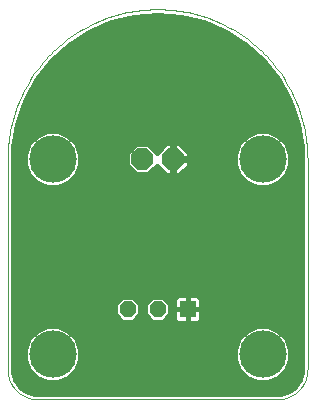
<source format=gtl>
G75*
%MOIN*%
%OFA0B0*%
%FSLAX25Y25*%
%IPPOS*%
%LPD*%
%AMOC8*
5,1,8,0,0,1.08239X$1,22.5*
%
%ADD10OC8,0.05600*%
%ADD11R,0.05600X0.05600*%
%ADD12C,0.00000*%
%ADD13C,0.15811*%
%ADD14OC8,0.07087*%
%ADD15C,0.01600*%
D10*
X0046800Y0054006D03*
X0056800Y0054006D03*
D11*
X0066800Y0054006D03*
D12*
X0096800Y0024006D02*
X0016800Y0024006D01*
X0016558Y0024009D01*
X0016317Y0024018D01*
X0016076Y0024032D01*
X0015835Y0024053D01*
X0015595Y0024079D01*
X0015355Y0024111D01*
X0015116Y0024149D01*
X0014879Y0024192D01*
X0014642Y0024242D01*
X0014407Y0024297D01*
X0014173Y0024357D01*
X0013941Y0024424D01*
X0013710Y0024495D01*
X0013481Y0024573D01*
X0013254Y0024656D01*
X0013029Y0024744D01*
X0012806Y0024838D01*
X0012586Y0024937D01*
X0012368Y0025042D01*
X0012153Y0025151D01*
X0011940Y0025266D01*
X0011730Y0025386D01*
X0011524Y0025511D01*
X0011320Y0025641D01*
X0011119Y0025776D01*
X0010922Y0025916D01*
X0010728Y0026060D01*
X0010538Y0026209D01*
X0010352Y0026363D01*
X0010169Y0026521D01*
X0009990Y0026683D01*
X0009815Y0026850D01*
X0009644Y0027021D01*
X0009477Y0027196D01*
X0009315Y0027375D01*
X0009157Y0027558D01*
X0009003Y0027744D01*
X0008854Y0027934D01*
X0008710Y0028128D01*
X0008570Y0028325D01*
X0008435Y0028526D01*
X0008305Y0028730D01*
X0008180Y0028936D01*
X0008060Y0029146D01*
X0007945Y0029359D01*
X0007836Y0029574D01*
X0007731Y0029792D01*
X0007632Y0030012D01*
X0007538Y0030235D01*
X0007450Y0030460D01*
X0007367Y0030687D01*
X0007289Y0030916D01*
X0007218Y0031147D01*
X0007151Y0031379D01*
X0007091Y0031613D01*
X0007036Y0031848D01*
X0006986Y0032085D01*
X0006943Y0032322D01*
X0006905Y0032561D01*
X0006873Y0032801D01*
X0006847Y0033041D01*
X0006826Y0033282D01*
X0006812Y0033523D01*
X0006803Y0033764D01*
X0006800Y0034006D01*
X0006800Y0104006D01*
X0006815Y0105224D01*
X0006859Y0106440D01*
X0006933Y0107656D01*
X0007037Y0108869D01*
X0007170Y0110079D01*
X0007333Y0111286D01*
X0007525Y0112488D01*
X0007746Y0113686D01*
X0007996Y0114878D01*
X0008275Y0116063D01*
X0008583Y0117241D01*
X0008920Y0118411D01*
X0009285Y0119573D01*
X0009678Y0120725D01*
X0010099Y0121868D01*
X0010548Y0122999D01*
X0011024Y0124120D01*
X0011528Y0125229D01*
X0012058Y0126325D01*
X0012615Y0127408D01*
X0013198Y0128477D01*
X0013806Y0129531D01*
X0014441Y0130571D01*
X0015100Y0131594D01*
X0015784Y0132602D01*
X0016493Y0133592D01*
X0017225Y0134565D01*
X0017981Y0135519D01*
X0018760Y0136455D01*
X0019561Y0137372D01*
X0020385Y0138269D01*
X0021230Y0139145D01*
X0022096Y0140001D01*
X0022983Y0140836D01*
X0023890Y0141648D01*
X0024816Y0142438D01*
X0025762Y0143206D01*
X0026725Y0143950D01*
X0027707Y0144670D01*
X0028706Y0145367D01*
X0029721Y0146039D01*
X0030753Y0146686D01*
X0031800Y0147307D01*
X0032862Y0147903D01*
X0033938Y0148473D01*
X0035027Y0149017D01*
X0036130Y0149533D01*
X0037245Y0150023D01*
X0038371Y0150486D01*
X0039508Y0150921D01*
X0040656Y0151328D01*
X0041813Y0151707D01*
X0042979Y0152058D01*
X0044153Y0152380D01*
X0045335Y0152674D01*
X0046524Y0152939D01*
X0047718Y0153174D01*
X0048918Y0153381D01*
X0050123Y0153558D01*
X0051331Y0153706D01*
X0052543Y0153824D01*
X0053758Y0153913D01*
X0054974Y0153973D01*
X0056191Y0154002D01*
X0057409Y0154002D01*
X0058626Y0153973D01*
X0059842Y0153913D01*
X0061057Y0153824D01*
X0062269Y0153706D01*
X0063477Y0153558D01*
X0064682Y0153381D01*
X0065882Y0153174D01*
X0067076Y0152939D01*
X0068265Y0152674D01*
X0069447Y0152380D01*
X0070621Y0152058D01*
X0071787Y0151707D01*
X0072944Y0151328D01*
X0074092Y0150921D01*
X0075229Y0150486D01*
X0076355Y0150023D01*
X0077470Y0149533D01*
X0078573Y0149017D01*
X0079662Y0148473D01*
X0080738Y0147903D01*
X0081800Y0147307D01*
X0082847Y0146686D01*
X0083879Y0146039D01*
X0084894Y0145367D01*
X0085893Y0144670D01*
X0086875Y0143950D01*
X0087838Y0143206D01*
X0088784Y0142438D01*
X0089710Y0141648D01*
X0090617Y0140836D01*
X0091504Y0140001D01*
X0092370Y0139145D01*
X0093215Y0138269D01*
X0094039Y0137372D01*
X0094840Y0136455D01*
X0095619Y0135519D01*
X0096375Y0134565D01*
X0097107Y0133592D01*
X0097816Y0132602D01*
X0098500Y0131594D01*
X0099159Y0130571D01*
X0099794Y0129531D01*
X0100402Y0128477D01*
X0100985Y0127408D01*
X0101542Y0126325D01*
X0102072Y0125229D01*
X0102576Y0124120D01*
X0103052Y0122999D01*
X0103501Y0121868D01*
X0103922Y0120725D01*
X0104315Y0119573D01*
X0104680Y0118411D01*
X0105017Y0117241D01*
X0105325Y0116063D01*
X0105604Y0114878D01*
X0105854Y0113686D01*
X0106075Y0112488D01*
X0106267Y0111286D01*
X0106430Y0110079D01*
X0106563Y0108869D01*
X0106667Y0107656D01*
X0106741Y0106440D01*
X0106785Y0105224D01*
X0106800Y0104006D01*
X0106800Y0034006D01*
X0106797Y0033764D01*
X0106788Y0033523D01*
X0106774Y0033282D01*
X0106753Y0033041D01*
X0106727Y0032801D01*
X0106695Y0032561D01*
X0106657Y0032322D01*
X0106614Y0032085D01*
X0106564Y0031848D01*
X0106509Y0031613D01*
X0106449Y0031379D01*
X0106382Y0031147D01*
X0106311Y0030916D01*
X0106233Y0030687D01*
X0106150Y0030460D01*
X0106062Y0030235D01*
X0105968Y0030012D01*
X0105869Y0029792D01*
X0105764Y0029574D01*
X0105655Y0029359D01*
X0105540Y0029146D01*
X0105420Y0028936D01*
X0105295Y0028730D01*
X0105165Y0028526D01*
X0105030Y0028325D01*
X0104890Y0028128D01*
X0104746Y0027934D01*
X0104597Y0027744D01*
X0104443Y0027558D01*
X0104285Y0027375D01*
X0104123Y0027196D01*
X0103956Y0027021D01*
X0103785Y0026850D01*
X0103610Y0026683D01*
X0103431Y0026521D01*
X0103248Y0026363D01*
X0103062Y0026209D01*
X0102872Y0026060D01*
X0102678Y0025916D01*
X0102481Y0025776D01*
X0102280Y0025641D01*
X0102076Y0025511D01*
X0101870Y0025386D01*
X0101660Y0025266D01*
X0101447Y0025151D01*
X0101232Y0025042D01*
X0101014Y0024937D01*
X0100794Y0024838D01*
X0100571Y0024744D01*
X0100346Y0024656D01*
X0100119Y0024573D01*
X0099890Y0024495D01*
X0099659Y0024424D01*
X0099427Y0024357D01*
X0099193Y0024297D01*
X0098958Y0024242D01*
X0098721Y0024192D01*
X0098484Y0024149D01*
X0098245Y0024111D01*
X0098005Y0024079D01*
X0097765Y0024053D01*
X0097524Y0024032D01*
X0097283Y0024018D01*
X0097042Y0024009D01*
X0096800Y0024006D01*
D13*
X0091800Y0039006D03*
X0091800Y0104006D03*
X0021800Y0104006D03*
X0021800Y0039006D03*
D14*
X0051721Y0104006D03*
X0061879Y0104006D03*
D15*
X0062260Y0103931D02*
X0082494Y0103931D01*
X0082494Y0102333D02*
X0067222Y0102333D01*
X0067222Y0101793D02*
X0067222Y0103625D01*
X0062260Y0103625D01*
X0062260Y0104387D01*
X0067222Y0104387D01*
X0067222Y0106219D01*
X0064092Y0109349D01*
X0062260Y0109349D01*
X0062260Y0104387D01*
X0061498Y0104387D01*
X0061498Y0109349D01*
X0059665Y0109349D01*
X0056535Y0106219D01*
X0056535Y0106183D01*
X0053769Y0108949D01*
X0049674Y0108949D01*
X0046778Y0106053D01*
X0046778Y0101958D01*
X0049674Y0099063D01*
X0053769Y0099063D01*
X0056535Y0101829D01*
X0056535Y0101793D01*
X0059665Y0098663D01*
X0061498Y0098663D01*
X0061498Y0103625D01*
X0062260Y0103625D01*
X0062260Y0098663D01*
X0064092Y0098663D01*
X0067222Y0101793D01*
X0066164Y0100734D02*
X0083083Y0100734D01*
X0082494Y0102155D02*
X0083911Y0098735D01*
X0086529Y0096117D01*
X0089949Y0094700D01*
X0093651Y0094700D01*
X0097071Y0096117D01*
X0099689Y0098735D01*
X0101105Y0102155D01*
X0101105Y0105857D01*
X0099689Y0109277D01*
X0097071Y0111895D01*
X0093651Y0113311D01*
X0089949Y0113311D01*
X0086529Y0111895D01*
X0083911Y0109277D01*
X0082494Y0105857D01*
X0082494Y0102155D01*
X0083745Y0099136D02*
X0064565Y0099136D01*
X0062260Y0099136D02*
X0061498Y0099136D01*
X0061498Y0100734D02*
X0062260Y0100734D01*
X0062260Y0102333D02*
X0061498Y0102333D01*
X0061498Y0105530D02*
X0062260Y0105530D01*
X0062260Y0107128D02*
X0061498Y0107128D01*
X0061498Y0108727D02*
X0062260Y0108727D01*
X0064714Y0108727D02*
X0083683Y0108727D01*
X0083021Y0107128D02*
X0066313Y0107128D01*
X0067222Y0105530D02*
X0082494Y0105530D01*
X0084960Y0110326D02*
X0028640Y0110326D01*
X0029689Y0109277D02*
X0027071Y0111895D01*
X0023651Y0113311D01*
X0019949Y0113311D01*
X0016529Y0111895D01*
X0013911Y0109277D01*
X0012494Y0105857D01*
X0012494Y0102155D01*
X0013911Y0098735D01*
X0016529Y0096117D01*
X0019949Y0094700D01*
X0023651Y0094700D01*
X0027071Y0096117D01*
X0029689Y0098735D01*
X0031105Y0102155D01*
X0031105Y0105857D01*
X0029689Y0109277D01*
X0029917Y0108727D02*
X0049451Y0108727D01*
X0047853Y0107128D02*
X0030579Y0107128D01*
X0031105Y0105530D02*
X0046778Y0105530D01*
X0046778Y0103931D02*
X0031105Y0103931D01*
X0031105Y0102333D02*
X0046778Y0102333D01*
X0048002Y0100734D02*
X0030517Y0100734D01*
X0029855Y0099136D02*
X0049600Y0099136D01*
X0053842Y0099136D02*
X0059192Y0099136D01*
X0057594Y0100734D02*
X0055441Y0100734D01*
X0055590Y0107128D02*
X0057445Y0107128D01*
X0059043Y0108727D02*
X0053991Y0108727D01*
X0028491Y0097537D02*
X0085109Y0097537D01*
X0086959Y0095939D02*
X0026641Y0095939D01*
X0016959Y0095939D02*
X0008600Y0095939D01*
X0008600Y0097537D02*
X0015109Y0097537D01*
X0013745Y0099136D02*
X0008600Y0099136D01*
X0008600Y0100734D02*
X0013083Y0100734D01*
X0012494Y0102333D02*
X0008600Y0102333D01*
X0008600Y0103931D02*
X0012494Y0103931D01*
X0012494Y0105530D02*
X0008663Y0105530D01*
X0008600Y0104006D02*
X0008765Y0107986D01*
X0010075Y0115838D01*
X0012660Y0123368D01*
X0016449Y0130369D01*
X0021338Y0136651D01*
X0027195Y0142042D01*
X0033859Y0146397D01*
X0041149Y0149594D01*
X0048867Y0151549D01*
X0056800Y0152206D01*
X0064733Y0151549D01*
X0072451Y0149594D01*
X0079741Y0146397D01*
X0086405Y0142042D01*
X0092262Y0136651D01*
X0097151Y0130369D01*
X0100940Y0123368D01*
X0103525Y0115838D01*
X0104835Y0107986D01*
X0105000Y0104006D01*
X0105000Y0034006D01*
X0104899Y0032723D01*
X0104106Y0030283D01*
X0102598Y0028208D01*
X0100523Y0026700D01*
X0098083Y0025907D01*
X0096800Y0025806D01*
X0016800Y0025806D01*
X0015517Y0025907D01*
X0013077Y0026700D01*
X0011002Y0028208D01*
X0009494Y0030283D01*
X0008701Y0032723D01*
X0008600Y0034006D01*
X0008600Y0104006D01*
X0008729Y0107128D02*
X0013021Y0107128D01*
X0013683Y0108727D02*
X0008888Y0108727D01*
X0009155Y0110326D02*
X0014960Y0110326D01*
X0016600Y0111924D02*
X0009422Y0111924D01*
X0009688Y0113523D02*
X0103912Y0113523D01*
X0103645Y0115121D02*
X0009955Y0115121D01*
X0010377Y0116720D02*
X0103223Y0116720D01*
X0102674Y0118318D02*
X0010926Y0118318D01*
X0011475Y0119917D02*
X0102125Y0119917D01*
X0101576Y0121515D02*
X0012024Y0121515D01*
X0012573Y0123114D02*
X0101027Y0123114D01*
X0100213Y0124712D02*
X0013387Y0124712D01*
X0014252Y0126311D02*
X0099348Y0126311D01*
X0098483Y0127909D02*
X0015117Y0127909D01*
X0015983Y0129508D02*
X0097617Y0129508D01*
X0096578Y0131106D02*
X0017022Y0131106D01*
X0018267Y0132705D02*
X0095333Y0132705D01*
X0094089Y0134303D02*
X0019511Y0134303D01*
X0020755Y0135902D02*
X0092845Y0135902D01*
X0091339Y0137500D02*
X0022261Y0137500D01*
X0023997Y0139099D02*
X0089603Y0139099D01*
X0087866Y0140697D02*
X0025734Y0140697D01*
X0027583Y0142296D02*
X0086017Y0142296D01*
X0086405Y0142042D02*
X0086405Y0142042D01*
X0083571Y0143894D02*
X0030029Y0143894D01*
X0032476Y0145493D02*
X0081124Y0145493D01*
X0078157Y0147091D02*
X0035443Y0147091D01*
X0039087Y0148690D02*
X0074513Y0148690D01*
X0069710Y0150288D02*
X0043890Y0150288D01*
X0052949Y0151887D02*
X0060651Y0151887D01*
X0086600Y0111924D02*
X0027000Y0111924D01*
X0008600Y0094340D02*
X0105000Y0094340D01*
X0105000Y0092742D02*
X0008600Y0092742D01*
X0008600Y0091143D02*
X0105000Y0091143D01*
X0105000Y0089545D02*
X0008600Y0089545D01*
X0008600Y0087946D02*
X0105000Y0087946D01*
X0105000Y0086348D02*
X0008600Y0086348D01*
X0008600Y0084749D02*
X0105000Y0084749D01*
X0105000Y0083151D02*
X0008600Y0083151D01*
X0008600Y0081552D02*
X0105000Y0081552D01*
X0105000Y0079954D02*
X0008600Y0079954D01*
X0008600Y0078355D02*
X0105000Y0078355D01*
X0105000Y0076757D02*
X0008600Y0076757D01*
X0008600Y0075158D02*
X0105000Y0075158D01*
X0105000Y0073560D02*
X0008600Y0073560D01*
X0008600Y0071961D02*
X0105000Y0071961D01*
X0105000Y0070363D02*
X0008600Y0070363D01*
X0008600Y0068764D02*
X0105000Y0068764D01*
X0105000Y0067166D02*
X0008600Y0067166D01*
X0008600Y0065567D02*
X0105000Y0065567D01*
X0105000Y0063969D02*
X0008600Y0063969D01*
X0008600Y0062370D02*
X0105000Y0062370D01*
X0105000Y0060772D02*
X0008600Y0060772D01*
X0008600Y0059173D02*
X0105000Y0059173D01*
X0105000Y0057575D02*
X0071235Y0057575D01*
X0071277Y0057501D02*
X0071040Y0057911D01*
X0070705Y0058246D01*
X0070295Y0058483D01*
X0069837Y0058606D01*
X0066800Y0058606D01*
X0066800Y0054006D01*
X0066800Y0054006D01*
X0066800Y0058606D01*
X0063763Y0058606D01*
X0063305Y0058483D01*
X0062895Y0058246D01*
X0062560Y0057911D01*
X0062323Y0057501D01*
X0062200Y0057043D01*
X0062200Y0054006D01*
X0066800Y0054006D01*
X0071400Y0054006D01*
X0071400Y0057043D01*
X0071277Y0057501D01*
X0071400Y0055976D02*
X0105000Y0055976D01*
X0105000Y0054378D02*
X0071400Y0054378D01*
X0071400Y0054006D02*
X0066800Y0054006D01*
X0066800Y0054006D01*
X0066800Y0054006D01*
X0062200Y0054006D01*
X0062200Y0050969D01*
X0062323Y0050511D01*
X0062560Y0050101D01*
X0062895Y0049766D01*
X0063305Y0049529D01*
X0063763Y0049406D01*
X0066800Y0049406D01*
X0069837Y0049406D01*
X0070295Y0049529D01*
X0070705Y0049766D01*
X0071040Y0050101D01*
X0071277Y0050511D01*
X0071400Y0050969D01*
X0071400Y0054006D01*
X0071400Y0052779D02*
X0105000Y0052779D01*
X0105000Y0051181D02*
X0071400Y0051181D01*
X0070387Y0049582D02*
X0105000Y0049582D01*
X0105000Y0047984D02*
X0094442Y0047984D01*
X0093651Y0048311D02*
X0089949Y0048311D01*
X0086529Y0046895D01*
X0083911Y0044277D01*
X0082494Y0040857D01*
X0082494Y0037155D01*
X0083911Y0033735D01*
X0086529Y0031117D01*
X0089949Y0029700D01*
X0093651Y0029700D01*
X0097071Y0031117D01*
X0099689Y0033735D01*
X0101105Y0037155D01*
X0101105Y0040857D01*
X0099689Y0044277D01*
X0097071Y0046895D01*
X0093651Y0048311D01*
X0097581Y0046385D02*
X0105000Y0046385D01*
X0105000Y0044787D02*
X0099179Y0044787D01*
X0100140Y0043188D02*
X0105000Y0043188D01*
X0105000Y0041590D02*
X0100802Y0041590D01*
X0101105Y0039991D02*
X0105000Y0039991D01*
X0105000Y0038393D02*
X0101105Y0038393D01*
X0100956Y0036794D02*
X0105000Y0036794D01*
X0105000Y0035195D02*
X0100294Y0035195D01*
X0099551Y0033597D02*
X0104968Y0033597D01*
X0104664Y0031998D02*
X0097953Y0031998D01*
X0095340Y0030400D02*
X0104144Y0030400D01*
X0103030Y0028801D02*
X0010570Y0028801D01*
X0009456Y0030400D02*
X0018260Y0030400D01*
X0019949Y0029700D02*
X0023651Y0029700D01*
X0027071Y0031117D01*
X0029689Y0033735D01*
X0031105Y0037155D01*
X0031105Y0040857D01*
X0029689Y0044277D01*
X0027071Y0046895D01*
X0023651Y0048311D01*
X0019949Y0048311D01*
X0016529Y0046895D01*
X0013911Y0044277D01*
X0012494Y0040857D01*
X0012494Y0037155D01*
X0013911Y0033735D01*
X0016529Y0031117D01*
X0019949Y0029700D01*
X0015647Y0031998D02*
X0008936Y0031998D01*
X0008632Y0033597D02*
X0014049Y0033597D01*
X0013306Y0035195D02*
X0008600Y0035195D01*
X0008600Y0036794D02*
X0012644Y0036794D01*
X0012494Y0038393D02*
X0008600Y0038393D01*
X0008600Y0039991D02*
X0012494Y0039991D01*
X0012798Y0041590D02*
X0008600Y0041590D01*
X0008600Y0043188D02*
X0013460Y0043188D01*
X0014421Y0044787D02*
X0008600Y0044787D01*
X0008600Y0046385D02*
X0016019Y0046385D01*
X0019158Y0047984D02*
X0008600Y0047984D01*
X0008600Y0049582D02*
X0063213Y0049582D01*
X0062200Y0051181D02*
X0059914Y0051181D01*
X0061000Y0052266D02*
X0058540Y0049806D01*
X0055060Y0049806D01*
X0052600Y0052266D01*
X0052600Y0055746D01*
X0055060Y0058206D01*
X0058540Y0058206D01*
X0061000Y0055746D01*
X0061000Y0052266D01*
X0061000Y0052779D02*
X0062200Y0052779D01*
X0062200Y0054378D02*
X0061000Y0054378D01*
X0060769Y0055976D02*
X0062200Y0055976D01*
X0062365Y0057575D02*
X0059171Y0057575D01*
X0054429Y0057575D02*
X0049171Y0057575D01*
X0048540Y0058206D02*
X0045060Y0058206D01*
X0042600Y0055746D01*
X0042600Y0052266D01*
X0045060Y0049806D01*
X0048540Y0049806D01*
X0051000Y0052266D01*
X0051000Y0055746D01*
X0048540Y0058206D01*
X0050769Y0055976D02*
X0052831Y0055976D01*
X0052600Y0054378D02*
X0051000Y0054378D01*
X0051000Y0052779D02*
X0052600Y0052779D01*
X0053686Y0051181D02*
X0049914Y0051181D01*
X0044429Y0057575D02*
X0008600Y0057575D01*
X0008600Y0055976D02*
X0042831Y0055976D01*
X0042600Y0054378D02*
X0008600Y0054378D01*
X0008600Y0052779D02*
X0042600Y0052779D01*
X0043686Y0051181D02*
X0008600Y0051181D01*
X0024442Y0047984D02*
X0089158Y0047984D01*
X0086019Y0046385D02*
X0027581Y0046385D01*
X0029179Y0044787D02*
X0084421Y0044787D01*
X0083460Y0043188D02*
X0030140Y0043188D01*
X0030802Y0041590D02*
X0082798Y0041590D01*
X0082494Y0039991D02*
X0031105Y0039991D01*
X0031105Y0038393D02*
X0082494Y0038393D01*
X0082644Y0036794D02*
X0030956Y0036794D01*
X0030294Y0035195D02*
X0083306Y0035195D01*
X0084049Y0033597D02*
X0029551Y0033597D01*
X0027953Y0031998D02*
X0085647Y0031998D01*
X0088260Y0030400D02*
X0025340Y0030400D01*
X0012385Y0027203D02*
X0101215Y0027203D01*
X0066800Y0049406D02*
X0066800Y0054006D01*
X0066800Y0054006D01*
X0066800Y0049406D01*
X0066800Y0049582D02*
X0066800Y0049582D01*
X0066800Y0051181D02*
X0066800Y0051181D01*
X0066800Y0052779D02*
X0066800Y0052779D01*
X0066800Y0054378D02*
X0066800Y0054378D01*
X0066800Y0055976D02*
X0066800Y0055976D01*
X0066800Y0057575D02*
X0066800Y0057575D01*
X0096641Y0095939D02*
X0105000Y0095939D01*
X0105000Y0097537D02*
X0098491Y0097537D01*
X0099855Y0099136D02*
X0105000Y0099136D01*
X0105000Y0100734D02*
X0100517Y0100734D01*
X0101105Y0102333D02*
X0105000Y0102333D01*
X0105000Y0103931D02*
X0101105Y0103931D01*
X0101105Y0105530D02*
X0104937Y0105530D01*
X0104871Y0107128D02*
X0100579Y0107128D01*
X0099917Y0108727D02*
X0104712Y0108727D01*
X0104445Y0110326D02*
X0098640Y0110326D01*
X0097000Y0111924D02*
X0104178Y0111924D01*
M02*

</source>
